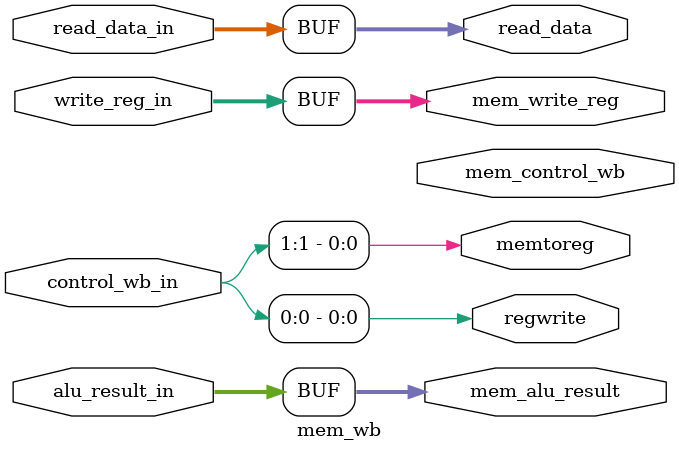
<source format=v>
`timescale 1ns / 1ps
/* mem_wb.v */
module mem_wb(
    
	input		wire	[1:0]		control_wb_in,
	input		wire	[31:0]	read_data_in, alu_result_in,
	input		wire	[4:0]		write_reg_in,
	output	reg				regwrite, memtoreg,
	output	reg	[31:0]	read_data, mem_alu_result,
	output	reg	[4:0]		mem_write_reg,
	output  reg [2:0]   mem_control_wb
    );

initial begin
	regwrite <= 0;
	memtoreg <= 0;
	read_data <= 0;
	mem_alu_result <= 0;
	mem_write_reg <= 0;
end

always@* begin
	#1
	regwrite <= control_wb_in[0];
	memtoreg <= control_wb_in[1];
	read_data <= read_data_in;
	mem_alu_result <= alu_result_in;
	mem_write_reg <= write_reg_in; 
end

endmodule // mem_wb

</source>
